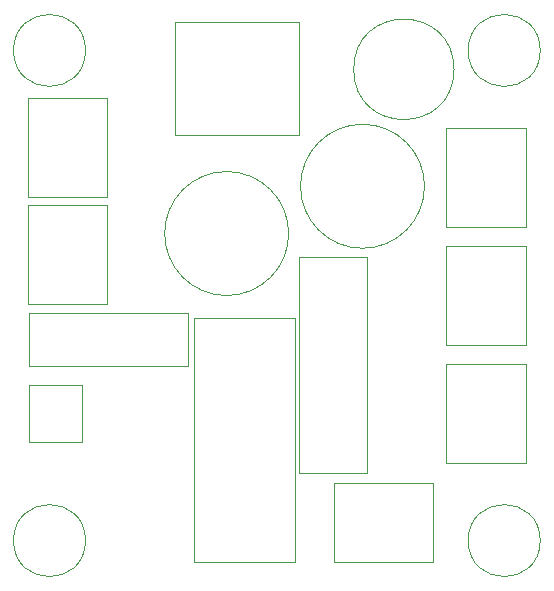
<source format=gbr>
G04 #@! TF.GenerationSoftware,KiCad,Pcbnew,(6.0.1)*
G04 #@! TF.CreationDate,2022-01-19T14:13:58+00:00*
G04 #@! TF.ProjectId,power_supply,706f7765-725f-4737-9570-706c792e6b69,rev?*
G04 #@! TF.SameCoordinates,Original*
G04 #@! TF.FileFunction,Other,User*
%FSLAX46Y46*%
G04 Gerber Fmt 4.6, Leading zero omitted, Abs format (unit mm)*
G04 Created by KiCad (PCBNEW (6.0.1)) date 2022-01-19 14:13:58*
%MOMM*%
%LPD*%
G01*
G04 APERTURE LIST*
%ADD10C,0.050000*%
G04 APERTURE END LIST*
D10*
X182800000Y-158830000D02*
X174200000Y-158830000D01*
X182800000Y-138150000D02*
X182800000Y-158830000D01*
X174200000Y-158830000D02*
X174200000Y-138150000D01*
X174200000Y-138150000D02*
X182800000Y-138150000D01*
X186050000Y-158850000D02*
X194450000Y-158850000D01*
X186050000Y-152100000D02*
X186050000Y-158850000D01*
X194450000Y-152100000D02*
X186050000Y-152100000D01*
X194450000Y-158850000D02*
X194450000Y-152100000D01*
X202350000Y-150450000D02*
X202350000Y-142050000D01*
X195600000Y-150450000D02*
X202350000Y-150450000D01*
X195600000Y-142050000D02*
X195600000Y-150450000D01*
X202350000Y-142050000D02*
X195600000Y-142050000D01*
X160250000Y-142250000D02*
X173750000Y-142250000D01*
X160250000Y-137750000D02*
X160250000Y-142250000D01*
X173750000Y-137750000D02*
X160250000Y-137750000D01*
X173750000Y-142250000D02*
X173750000Y-137750000D01*
X160250000Y-143800000D02*
X160250000Y-148650000D01*
X164750000Y-143800000D02*
X160250000Y-143800000D01*
X164750000Y-148650000D02*
X164750000Y-143800000D01*
X160250000Y-148650000D02*
X164750000Y-148650000D01*
X160150000Y-119550000D02*
X160150000Y-127950000D01*
X166900000Y-119550000D02*
X160150000Y-119550000D01*
X166900000Y-127950000D02*
X166900000Y-119550000D01*
X160150000Y-127950000D02*
X166900000Y-127950000D01*
X160150000Y-128550000D02*
X160150000Y-136950000D01*
X166900000Y-128550000D02*
X160150000Y-128550000D01*
X166900000Y-136950000D02*
X166900000Y-128550000D01*
X160150000Y-136950000D02*
X166900000Y-136950000D01*
X182250000Y-131000000D02*
G75*
G03*
X182250000Y-131000000I-5250000J0D01*
G01*
X196250000Y-117100000D02*
G75*
G03*
X196250000Y-117100000I-4250000J0D01*
G01*
X188860000Y-132950000D02*
X183140000Y-132950000D01*
X183140000Y-132950000D02*
X183140000Y-151290000D01*
X183140000Y-151290000D02*
X188860000Y-151290000D01*
X188860000Y-151290000D02*
X188860000Y-132950000D01*
X202350000Y-122050000D02*
X195600000Y-122050000D01*
X195600000Y-122050000D02*
X195600000Y-130450000D01*
X195600000Y-130450000D02*
X202350000Y-130450000D01*
X202350000Y-130450000D02*
X202350000Y-122050000D01*
X202350000Y-132050000D02*
X195600000Y-132050000D01*
X195600000Y-132050000D02*
X195600000Y-140450000D01*
X195600000Y-140450000D02*
X202350000Y-140450000D01*
X202350000Y-140450000D02*
X202350000Y-132050000D01*
X193750000Y-127000000D02*
G75*
G03*
X193750000Y-127000000I-5250000J0D01*
G01*
X203550000Y-115500000D02*
G75*
G03*
X203550000Y-115500000I-3050000J0D01*
G01*
X203550000Y-157000000D02*
G75*
G03*
X203550000Y-157000000I-3050000J0D01*
G01*
X165050000Y-157000000D02*
G75*
G03*
X165050000Y-157000000I-3050000J0D01*
G01*
X165050000Y-115500000D02*
G75*
G03*
X165050000Y-115500000I-3050000J0D01*
G01*
X172650000Y-113050000D02*
X172650000Y-122650000D01*
X172650000Y-122650000D02*
X183150000Y-122650000D01*
X183150000Y-122650000D02*
X183150000Y-113050000D01*
X183150000Y-113050000D02*
X172650000Y-113050000D01*
M02*

</source>
